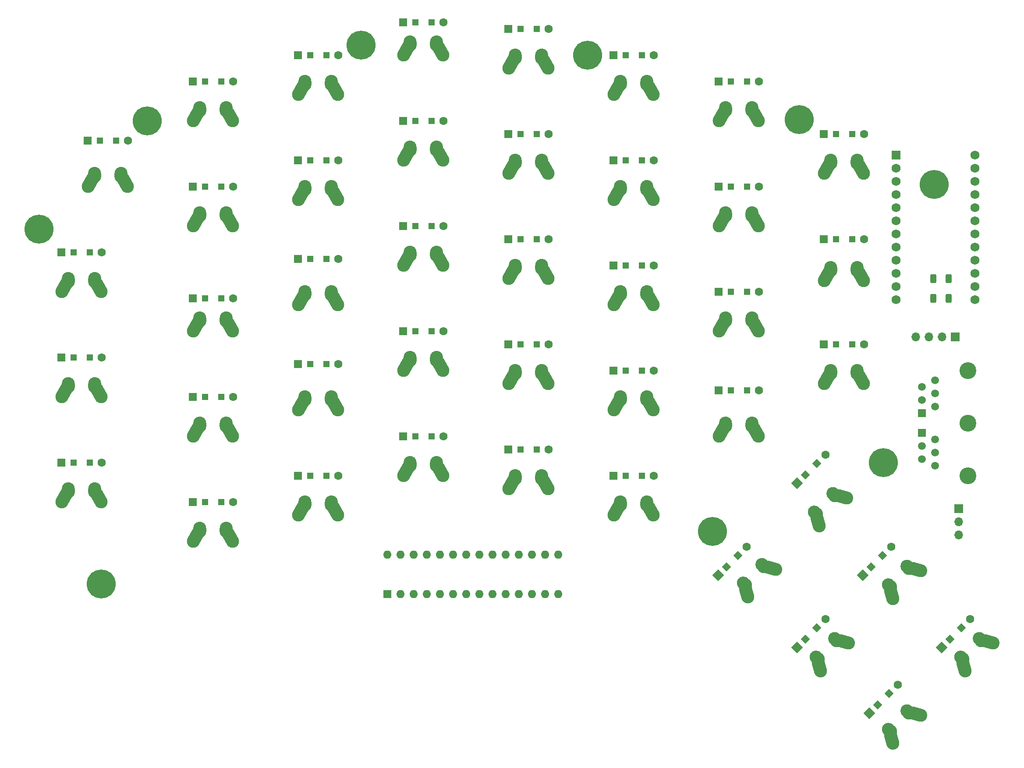
<source format=gbr>
%TF.GenerationSoftware,KiCad,Pcbnew,7.0.8*%
%TF.CreationDate,2023-11-09T18:46:39+07:00*%
%TF.ProjectId,sudi-redox-clone,73756469-2d72-4656-946f-782d636c6f6e,0.1*%
%TF.SameCoordinates,Original*%
%TF.FileFunction,Soldermask,Bot*%
%TF.FilePolarity,Negative*%
%FSLAX46Y46*%
G04 Gerber Fmt 4.6, Leading zero omitted, Abs format (unit mm)*
G04 Created by KiCad (PCBNEW 7.0.8) date 2023-11-09 18:46:39*
%MOMM*%
%LPD*%
G01*
G04 APERTURE LIST*
G04 Aperture macros list*
%AMRoundRect*
0 Rectangle with rounded corners*
0 $1 Rounding radius*
0 $2 $3 $4 $5 $6 $7 $8 $9 X,Y pos of 4 corners*
0 Add a 4 corners polygon primitive as box body*
4,1,4,$2,$3,$4,$5,$6,$7,$8,$9,$2,$3,0*
0 Add four circle primitives for the rounded corners*
1,1,$1+$1,$2,$3*
1,1,$1+$1,$4,$5*
1,1,$1+$1,$6,$7*
1,1,$1+$1,$8,$9*
0 Add four rect primitives between the rounded corners*
20,1,$1+$1,$2,$3,$4,$5,0*
20,1,$1+$1,$4,$5,$6,$7,0*
20,1,$1+$1,$6,$7,$8,$9,0*
20,1,$1+$1,$8,$9,$2,$3,0*%
%AMHorizOval*
0 Thick line with rounded ends*
0 $1 width*
0 $2 $3 position (X,Y) of the first rounded end (center of the circle)*
0 $4 $5 position (X,Y) of the second rounded end (center of the circle)*
0 Add line between two ends*
20,1,$1,$2,$3,$4,$5,0*
0 Add two circle primitives to create the rounded ends*
1,1,$1,$2,$3*
1,1,$1,$4,$5*%
%AMRotRect*
0 Rectangle, with rotation*
0 The origin of the aperture is its center*
0 $1 length*
0 $2 width*
0 $3 Rotation angle, in degrees counterclockwise*
0 Add horizontal line*
21,1,$1,$2,0,0,$3*%
G04 Aperture macros list end*
%ADD10HorizOval,2.500000X-0.405453X-0.729954X0.405453X0.729954X0*%
%ADD11HorizOval,2.500000X-0.019724X0.289328X0.019724X-0.289328X0*%
%ADD12HorizOval,2.500000X-0.019724X-0.289328X0.019724X0.289328X0*%
%ADD13HorizOval,2.500000X-0.405453X0.729954X0.405453X-0.729954X0*%
%ADD14R,1.600000X1.600000*%
%ADD15R,1.200000X1.200000*%
%ADD16C,1.600000*%
%ADD17C,3.250000*%
%ADD18R,1.520000X1.520000*%
%ADD19C,1.520000*%
%ADD20HorizOval,2.500000X-0.229457X0.802854X0.229457X-0.802854X0*%
%ADD21HorizOval,2.500000X-0.218533X0.190639X0.218533X-0.190639X0*%
%ADD22HorizOval,2.500000X-0.190639X0.218533X0.190639X-0.218533X0*%
%ADD23HorizOval,2.500000X-0.802854X0.229457X0.802854X-0.229457X0*%
%ADD24C,5.600000*%
%ADD25O,1.600000X1.600000*%
%ADD26RotRect,1.600000X1.600000X45.000000*%
%ADD27RotRect,1.200000X1.200000X45.000000*%
%ADD28R,1.752600X1.752600*%
%ADD29C,1.752600*%
%ADD30R,1.700000X1.700000*%
%ADD31O,1.700000X1.700000*%
%ADD32RoundRect,0.250000X-0.312500X-0.625000X0.312500X-0.625000X0.312500X0.625000X-0.312500X0.625000X0*%
G04 APERTURE END LIST*
D10*
%TO.C,K19*%
X103275000Y-113570000D03*
D11*
X104160000Y-112050000D03*
D12*
X109200000Y-112050000D03*
D13*
X110085000Y-113570000D03*
%TD*%
D10*
%TO.C,K16*%
X103275000Y-52610000D03*
D11*
X104160000Y-51090000D03*
D12*
X109200000Y-51090000D03*
D13*
X110085000Y-52610000D03*
%TD*%
D14*
%TO.C,D34*%
X184060000Y-48260000D03*
D15*
X186385000Y-48260000D03*
X189535000Y-48260000D03*
D16*
X191860000Y-48260000D03*
%TD*%
D17*
%TO.C,J1*%
X211940000Y-104140000D03*
X211940000Y-93980000D03*
D18*
X203050000Y-102230000D03*
D19*
X205590000Y-100960000D03*
X203050000Y-99690000D03*
X205590000Y-98420000D03*
X203050000Y-97150000D03*
X205590000Y-95880000D03*
%TD*%
D14*
%TO.C,D17*%
X102780000Y-66040000D03*
D15*
X105105000Y-66040000D03*
X108255000Y-66040000D03*
D16*
X110580000Y-66040000D03*
%TD*%
D20*
%TO.C,K40*%
X182904930Y-123196508D03*
D21*
X182455917Y-121495917D03*
D22*
X186019736Y-117932098D03*
D23*
X187720327Y-118381111D03*
%TD*%
D14*
%TO.C,D22*%
X123100000Y-68580000D03*
D15*
X125425000Y-68580000D03*
X128575000Y-68580000D03*
D16*
X130900000Y-68580000D03*
%TD*%
D14*
%TO.C,D26*%
X143420000Y-53340000D03*
D15*
X145745000Y-53340000D03*
X148895000Y-53340000D03*
D16*
X151220000Y-53340000D03*
%TD*%
D10*
%TO.C,K9*%
X62635000Y-126270000D03*
D11*
X63520000Y-124750000D03*
D12*
X68560000Y-124750000D03*
D13*
X69445000Y-126270000D03*
%TD*%
D14*
%TO.C,D18*%
X102780000Y-86360000D03*
D15*
X105105000Y-86360000D03*
X108255000Y-86360000D03*
D16*
X110580000Y-86360000D03*
%TD*%
D24*
%TO.C,H5*%
X94615000Y-31115000D03*
%TD*%
D10*
%TO.C,K8*%
X62635000Y-105950000D03*
D11*
X63520000Y-104430000D03*
D12*
X68560000Y-104430000D03*
D13*
X69445000Y-105950000D03*
%TD*%
D14*
%TO.C,D36*%
X184060000Y-88900000D03*
D15*
X186385000Y-88900000D03*
X189535000Y-88900000D03*
D16*
X191860000Y-88900000D03*
%TD*%
D10*
%TO.C,K18*%
X103275000Y-93250000D03*
D11*
X104160000Y-91730000D03*
D12*
X109200000Y-91730000D03*
D13*
X110085000Y-93250000D03*
%TD*%
D24*
%TO.C,H1*%
X53340000Y-45720000D03*
%TD*%
D10*
%TO.C,K12*%
X82955000Y-80550000D03*
D11*
X83840000Y-79030000D03*
D12*
X88880000Y-79030000D03*
D13*
X89765000Y-80550000D03*
%TD*%
D24*
%TO.C,H3*%
X162560000Y-125095000D03*
%TD*%
D10*
%TO.C,K14*%
X82955000Y-121190000D03*
D11*
X83840000Y-119670000D03*
D12*
X88880000Y-119670000D03*
D13*
X89765000Y-121190000D03*
%TD*%
D14*
%TO.C,D25*%
X143420000Y-33020000D03*
D15*
X145745000Y-33020000D03*
X148895000Y-33020000D03*
D16*
X151220000Y-33020000D03*
%TD*%
D10*
%TO.C,K7*%
X62635000Y-85630000D03*
D11*
X63520000Y-84110000D03*
D12*
X68560000Y-84110000D03*
D13*
X69445000Y-85630000D03*
%TD*%
D14*
%TO.C,D2*%
X36740000Y-71120000D03*
D15*
X39065000Y-71120000D03*
X42215000Y-71120000D03*
D16*
X44540000Y-71120000D03*
%TD*%
D20*
%TO.C,K38*%
X183240062Y-151225459D03*
D21*
X182791049Y-149524868D03*
D22*
X186354868Y-145961049D03*
D23*
X188055459Y-146410062D03*
%TD*%
D14*
%TO.C,D11*%
X82460000Y-53340000D03*
D15*
X84785000Y-53340000D03*
X87935000Y-53340000D03*
D16*
X90260000Y-53340000D03*
%TD*%
D10*
%TO.C,K6*%
X62635000Y-65310000D03*
D11*
X63520000Y-63790000D03*
D12*
X68560000Y-63790000D03*
D13*
X69445000Y-65310000D03*
%TD*%
D14*
%TO.C,U2*%
X99705000Y-137150000D03*
D25*
X102245000Y-137150000D03*
X104785000Y-137150000D03*
X107325000Y-137150000D03*
X109865000Y-137150000D03*
X112405000Y-137150000D03*
X114945000Y-137150000D03*
X117485000Y-137150000D03*
X120025000Y-137150000D03*
X122565000Y-137150000D03*
X125105000Y-137150000D03*
X127645000Y-137150000D03*
X130185000Y-137150000D03*
X132725000Y-137150000D03*
X132725000Y-129530000D03*
X130185000Y-129530000D03*
X127645000Y-129530000D03*
X125105000Y-129530000D03*
X122565000Y-129530000D03*
X120025000Y-129530000D03*
X117485000Y-129530000D03*
X114945000Y-129530000D03*
X112405000Y-129530000D03*
X109865000Y-129530000D03*
X107325000Y-129530000D03*
X104785000Y-129530000D03*
X102245000Y-129530000D03*
X99705000Y-129530000D03*
%TD*%
D10*
%TO.C,K25*%
X143915000Y-39910000D03*
D11*
X144800000Y-38390000D03*
D12*
X149840000Y-38390000D03*
D13*
X150725000Y-39910000D03*
%TD*%
D10*
%TO.C,K32*%
X164235000Y-85630000D03*
D11*
X165120000Y-84110000D03*
D12*
X170160000Y-84110000D03*
D13*
X171045000Y-85630000D03*
%TD*%
D10*
%TO.C,K5*%
X62635000Y-44990000D03*
D11*
X63520000Y-43470000D03*
D12*
X68560000Y-43470000D03*
D13*
X69445000Y-44990000D03*
%TD*%
D14*
%TO.C,D35*%
X184060000Y-68580000D03*
D15*
X186385000Y-68580000D03*
X189535000Y-68580000D03*
D16*
X191860000Y-68580000D03*
%TD*%
D14*
%TO.C,D21*%
X123100000Y-48260000D03*
D15*
X125425000Y-48260000D03*
X128575000Y-48260000D03*
D16*
X130900000Y-48260000D03*
%TD*%
D10*
%TO.C,K2*%
X37235000Y-78010000D03*
D11*
X38120000Y-76490000D03*
D12*
X43160000Y-76490000D03*
D13*
X44045000Y-78010000D03*
%TD*%
D26*
%TO.C,D42*%
X206792284Y-147537716D03*
D27*
X208436307Y-145893693D03*
X210663693Y-143666307D03*
D16*
X212307716Y-142022284D03*
%TD*%
D10*
%TO.C,K30*%
X164235000Y-44990000D03*
D11*
X165120000Y-43470000D03*
D12*
X170160000Y-43470000D03*
D13*
X171045000Y-44990000D03*
%TD*%
D10*
%TO.C,K31*%
X164235000Y-65310000D03*
D11*
X165120000Y-63790000D03*
D12*
X170160000Y-63790000D03*
D13*
X171045000Y-65310000D03*
%TD*%
D10*
%TO.C,K10*%
X82955000Y-39910000D03*
D11*
X83840000Y-38390000D03*
D12*
X88880000Y-38390000D03*
D13*
X89765000Y-39910000D03*
%TD*%
D10*
%TO.C,K24*%
X123595000Y-116110000D03*
D11*
X124480000Y-114590000D03*
D12*
X129520000Y-114590000D03*
D13*
X130405000Y-116110000D03*
%TD*%
D14*
%TO.C,D28*%
X143420000Y-93980000D03*
D15*
X145745000Y-93980000D03*
X148895000Y-93980000D03*
D16*
X151220000Y-93980000D03*
%TD*%
D10*
%TO.C,K36*%
X184555000Y-95790000D03*
D11*
X185440000Y-94270000D03*
D12*
X190480000Y-94270000D03*
D13*
X191365000Y-95790000D03*
%TD*%
D14*
%TO.C,D8*%
X62140000Y-99060000D03*
D15*
X64465000Y-99060000D03*
X67615000Y-99060000D03*
D16*
X69940000Y-99060000D03*
%TD*%
D10*
%TO.C,K22*%
X123595000Y-75470000D03*
D11*
X124480000Y-73950000D03*
D12*
X129520000Y-73950000D03*
D13*
X130405000Y-75470000D03*
%TD*%
D24*
%TO.C,H9*%
X44450000Y-135255000D03*
%TD*%
D14*
%TO.C,D29*%
X143420000Y-114300000D03*
D15*
X145745000Y-114300000D03*
X148895000Y-114300000D03*
D16*
X151220000Y-114300000D03*
%TD*%
D28*
%TO.C,U1*%
X198005000Y-52324000D03*
D29*
X198005000Y-54864000D03*
X198005000Y-57404000D03*
X198005000Y-59944000D03*
X198005000Y-62484000D03*
X198005000Y-65024000D03*
X198005000Y-67564000D03*
X198005000Y-70104000D03*
X198005000Y-72644000D03*
X198005000Y-75184000D03*
X198005000Y-77724000D03*
X198005000Y-80264000D03*
X213245000Y-52324000D03*
X213245000Y-54864000D03*
X213245000Y-57404000D03*
X213245000Y-59944000D03*
X213245000Y-62484000D03*
X213245000Y-65024000D03*
X213245000Y-67564000D03*
X213245000Y-70104000D03*
X213245000Y-72644000D03*
X213245000Y-75184000D03*
X213245000Y-77724000D03*
X213245000Y-80264000D03*
%TD*%
D24*
%TO.C,H2*%
X205359000Y-58039000D03*
%TD*%
D20*
%TO.C,K41*%
X197210062Y-137255459D03*
D21*
X196761049Y-135554868D03*
D22*
X200324868Y-131991049D03*
D23*
X202025459Y-132440062D03*
%TD*%
D26*
%TO.C,D38*%
X178852284Y-147537716D03*
D27*
X180496307Y-145893693D03*
X182723693Y-143666307D03*
D16*
X184367716Y-142022284D03*
%TD*%
D10*
%TO.C,K34*%
X184555000Y-55150000D03*
D11*
X185440000Y-53630000D03*
D12*
X190480000Y-53630000D03*
D13*
X191365000Y-55150000D03*
%TD*%
D14*
%TO.C,D31*%
X163740000Y-58420000D03*
D15*
X166065000Y-58420000D03*
X169215000Y-58420000D03*
D16*
X171540000Y-58420000D03*
%TD*%
D10*
%TO.C,K13*%
X82955000Y-100870000D03*
D11*
X83840000Y-99350000D03*
D12*
X88880000Y-99350000D03*
D13*
X89765000Y-100870000D03*
%TD*%
D10*
%TO.C,K3*%
X37235000Y-98330000D03*
D11*
X38120000Y-96810000D03*
D12*
X43160000Y-96810000D03*
D13*
X44045000Y-98330000D03*
%TD*%
D26*
%TO.C,D39*%
X192822284Y-160237716D03*
D27*
X194466307Y-158593693D03*
X196693693Y-156366307D03*
D16*
X198337716Y-154722284D03*
%TD*%
D10*
%TO.C,K15*%
X103275000Y-32290000D03*
D11*
X104160000Y-30770000D03*
D12*
X109200000Y-30770000D03*
D13*
X110085000Y-32290000D03*
%TD*%
D24*
%TO.C,H8*%
X32385000Y-66675000D03*
%TD*%
D26*
%TO.C,D37*%
X163612284Y-133567716D03*
D27*
X165256307Y-131923693D03*
X167483693Y-129696307D03*
D16*
X169127716Y-128052284D03*
%TD*%
D26*
%TO.C,D41*%
X191552284Y-133567716D03*
D27*
X193196307Y-131923693D03*
X195423693Y-129696307D03*
D16*
X197067716Y-128052284D03*
%TD*%
D14*
%TO.C,D14*%
X82460000Y-114300000D03*
D15*
X84785000Y-114300000D03*
X87935000Y-114300000D03*
D16*
X90260000Y-114300000D03*
%TD*%
D14*
%TO.C,D32*%
X163740000Y-78740000D03*
D15*
X166065000Y-78740000D03*
X169215000Y-78740000D03*
D16*
X171540000Y-78740000D03*
%TD*%
D14*
%TO.C,D7*%
X62140000Y-80010000D03*
D15*
X64465000Y-80010000D03*
X67615000Y-80010000D03*
D16*
X69940000Y-80010000D03*
%TD*%
D14*
%TO.C,D9*%
X62140000Y-119380000D03*
D15*
X64465000Y-119380000D03*
X67615000Y-119380000D03*
D16*
X69940000Y-119380000D03*
%TD*%
D14*
%TO.C,D1*%
X41820000Y-49530000D03*
D15*
X44145000Y-49530000D03*
X47295000Y-49530000D03*
D16*
X49620000Y-49530000D03*
%TD*%
D14*
%TO.C,D20*%
X123100000Y-27940000D03*
D15*
X125425000Y-27940000D03*
X128575000Y-27940000D03*
D16*
X130900000Y-27940000D03*
%TD*%
D10*
%TO.C,K23*%
X123595000Y-95790000D03*
D11*
X124480000Y-94270000D03*
D12*
X129520000Y-94270000D03*
D13*
X130405000Y-95790000D03*
%TD*%
D10*
%TO.C,K27*%
X143915000Y-80550000D03*
D11*
X144800000Y-79030000D03*
D12*
X149840000Y-79030000D03*
D13*
X150725000Y-80550000D03*
%TD*%
D10*
%TO.C,K17*%
X103275000Y-72938188D03*
D11*
X104160000Y-71418188D03*
D12*
X109200000Y-71418188D03*
D13*
X110085000Y-72938188D03*
%TD*%
D10*
%TO.C,K28*%
X143915000Y-100870000D03*
D11*
X144800000Y-99350000D03*
D12*
X149840000Y-99350000D03*
D13*
X150725000Y-100870000D03*
%TD*%
D14*
%TO.C,D4*%
X36740000Y-111760000D03*
D15*
X39065000Y-111760000D03*
X42215000Y-111760000D03*
D16*
X44540000Y-111760000D03*
%TD*%
D14*
%TO.C,D15*%
X102780000Y-26670000D03*
D15*
X105105000Y-26670000D03*
X108255000Y-26670000D03*
D16*
X110580000Y-26670000D03*
%TD*%
D24*
%TO.C,H4*%
X179264799Y-45503227D03*
%TD*%
D26*
%TO.C,D40*%
X178852284Y-115787716D03*
D27*
X180496307Y-114143693D03*
X182723693Y-111916307D03*
D16*
X184367716Y-110272284D03*
%TD*%
D14*
%TO.C,D10*%
X82460000Y-33020000D03*
D15*
X84785000Y-33020000D03*
X87935000Y-33020000D03*
D16*
X90260000Y-33020000D03*
%TD*%
D14*
%TO.C,D24*%
X123100000Y-109220000D03*
D15*
X125425000Y-109220000D03*
X128575000Y-109220000D03*
D16*
X130900000Y-109220000D03*
%TD*%
D14*
%TO.C,D6*%
X62140000Y-58420000D03*
D15*
X64465000Y-58420000D03*
X67615000Y-58420000D03*
D16*
X69940000Y-58420000D03*
%TD*%
D10*
%TO.C,K20*%
X123595000Y-34830000D03*
D11*
X124480000Y-33310000D03*
D12*
X129520000Y-33310000D03*
D13*
X130405000Y-34830000D03*
%TD*%
D14*
%TO.C,D5*%
X62140000Y-38100000D03*
D15*
X64465000Y-38100000D03*
X67615000Y-38100000D03*
D16*
X69940000Y-38100000D03*
%TD*%
D14*
%TO.C,D19*%
X102780000Y-106680000D03*
D15*
X105105000Y-106680000D03*
X108255000Y-106680000D03*
D16*
X110580000Y-106680000D03*
%TD*%
D30*
%TO.C,J3*%
X209435000Y-87465000D03*
D31*
X206895000Y-87465000D03*
X204355000Y-87465000D03*
X201815000Y-87465000D03*
%TD*%
D10*
%TO.C,K4*%
X37235000Y-118650000D03*
D11*
X38120000Y-117130000D03*
D12*
X43160000Y-117130000D03*
D13*
X44045000Y-118650000D03*
%TD*%
D10*
%TO.C,K35*%
X184555000Y-75841600D03*
D11*
X185440000Y-74321600D03*
D12*
X190480000Y-74321600D03*
D13*
X191365000Y-75841600D03*
%TD*%
D20*
%TO.C,K42*%
X211180062Y-151225459D03*
D21*
X210731049Y-149524868D03*
D22*
X214294868Y-145961049D03*
D23*
X215995459Y-146410062D03*
%TD*%
D10*
%TO.C,K26*%
X143915000Y-60230000D03*
D11*
X144800000Y-58710000D03*
D12*
X149840000Y-58710000D03*
D13*
X150725000Y-60230000D03*
%TD*%
D14*
%TO.C,D30*%
X163740000Y-38100000D03*
D15*
X166065000Y-38100000D03*
X169215000Y-38100000D03*
D16*
X171540000Y-38100000D03*
%TD*%
D14*
%TO.C,D27*%
X143420000Y-73660000D03*
D15*
X145745000Y-73660000D03*
X148895000Y-73660000D03*
D16*
X151220000Y-73660000D03*
%TD*%
D10*
%TO.C,K29*%
X143915000Y-121190000D03*
D11*
X144800000Y-119670000D03*
D12*
X149840000Y-119670000D03*
D13*
X150725000Y-121190000D03*
%TD*%
D14*
%TO.C,D23*%
X123100000Y-88900000D03*
D15*
X125425000Y-88900000D03*
X128575000Y-88900000D03*
D16*
X130900000Y-88900000D03*
%TD*%
D14*
%TO.C,D3*%
X36740000Y-91440000D03*
D15*
X39065000Y-91440000D03*
X42215000Y-91440000D03*
D16*
X44540000Y-91440000D03*
%TD*%
D20*
%TO.C,K37*%
X169152828Y-136948610D03*
D21*
X168703815Y-135248019D03*
D22*
X172267634Y-131684200D03*
D23*
X173968225Y-132133213D03*
%TD*%
D14*
%TO.C,D13*%
X82460000Y-92710000D03*
D15*
X84785000Y-92710000D03*
X87935000Y-92710000D03*
D16*
X90260000Y-92710000D03*
%TD*%
D14*
%TO.C,D16*%
X102780000Y-45720000D03*
D15*
X105105000Y-45720000D03*
X108255000Y-45720000D03*
D16*
X110580000Y-45720000D03*
%TD*%
D20*
%TO.C,K39*%
X197210062Y-165195459D03*
D21*
X196761049Y-163494868D03*
D22*
X200324868Y-159931049D03*
D23*
X202025459Y-160380062D03*
%TD*%
D10*
%TO.C,K33*%
X164235000Y-105950000D03*
D11*
X165120000Y-104430000D03*
D12*
X170160000Y-104430000D03*
D13*
X171045000Y-105950000D03*
%TD*%
D14*
%TO.C,D33*%
X163740000Y-97790000D03*
D15*
X166065000Y-97790000D03*
X169215000Y-97790000D03*
D16*
X171540000Y-97790000D03*
%TD*%
D10*
%TO.C,K21*%
X123595000Y-55150000D03*
D11*
X124480000Y-53630000D03*
D12*
X129520000Y-53630000D03*
D13*
X130405000Y-55150000D03*
%TD*%
D10*
%TO.C,K11*%
X82955000Y-60230000D03*
D11*
X83840000Y-58710000D03*
D12*
X88880000Y-58710000D03*
D13*
X89765000Y-60230000D03*
%TD*%
D10*
%TO.C,K1*%
X42315000Y-57690000D03*
D11*
X43200000Y-56170000D03*
D12*
X48240000Y-56170000D03*
D13*
X49125000Y-57690000D03*
%TD*%
D24*
%TO.C,H7*%
X195580000Y-111760000D03*
%TD*%
D14*
%TO.C,D12*%
X82460000Y-72390000D03*
D15*
X84785000Y-72390000D03*
X87935000Y-72390000D03*
D16*
X90260000Y-72390000D03*
%TD*%
D24*
%TO.C,H6*%
X138430000Y-33020000D03*
%TD*%
D30*
%TO.C,J2*%
X210115000Y-120650000D03*
D31*
X210115000Y-123190000D03*
X210115000Y-125730000D03*
%TD*%
D32*
%TO.C,R1*%
X205240000Y-76200000D03*
X208165000Y-76200000D03*
%TD*%
%TO.C,R2*%
X205240000Y-80010000D03*
X208165000Y-80010000D03*
%TD*%
D17*
%TO.C,J4*%
X211940000Y-104140000D03*
X211940000Y-114300000D03*
D18*
X203050000Y-106050000D03*
D19*
X205590000Y-107320000D03*
X203050000Y-108590000D03*
X205590000Y-109860000D03*
X203050000Y-111130000D03*
X205590000Y-112400000D03*
%TD*%
M02*

</source>
